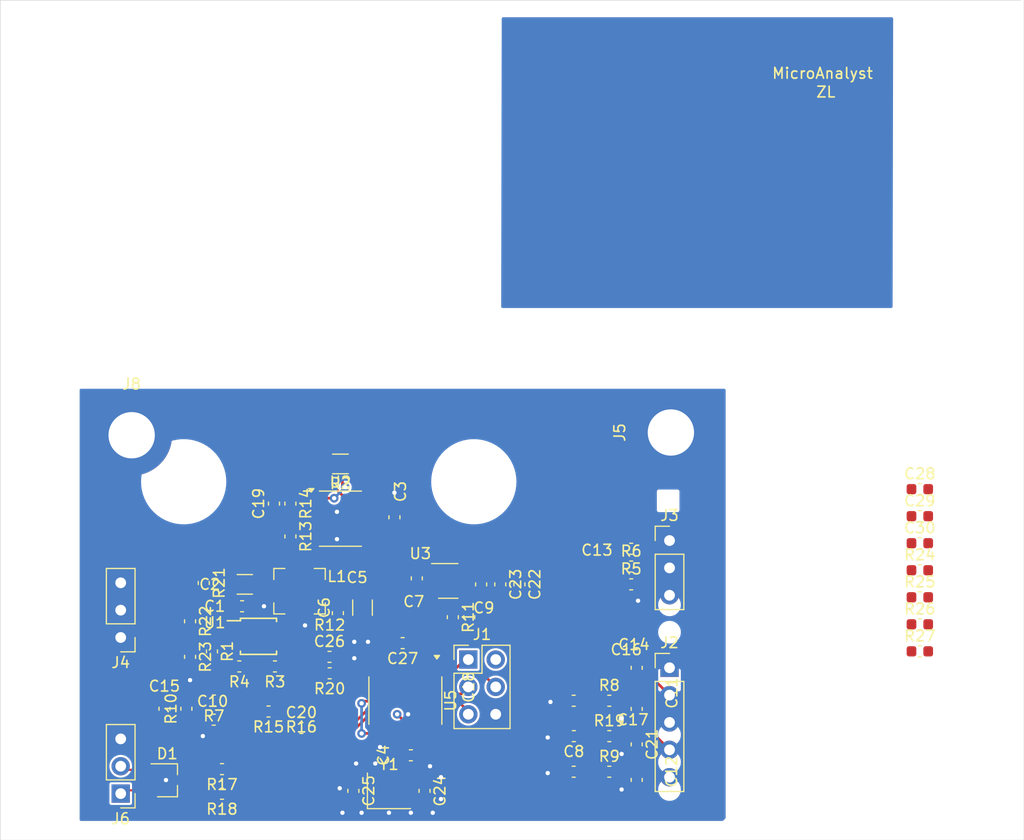
<source format=kicad_pcb>
(kicad_pcb (version 20241229) (generator "pcbnew") (generator_version "9.0")
  (layers (0 "F.Cu" signal) (2 "B.Cu" signal) (13 "F.Paste" user) (15 "B.Paste" user) (5 "F.SilkS" user "F.Silkscreen") (7 "B.SilkS" user "B.Silkscreen") (1 "F.Mask" user) (3 "B.Mask" user) (25 "Edge.Cuts" user))
  (net 0 "")
  (net 1 "GND")
  (net 2 "VBUS")
  (net 3 "+5V")
  (net 4 "+10V")
  (net 5 "PWM_OUT")
  (net 6 "TORQUE_IN")
  (net 7 "Net-(U1-EN{slash}UVLO)")
  (net 8 "BUTTON_IN")
  (net 9 "/CADENCE_2")
  (net 10 "/BUTTON_IN_SENSE")
  (net 11 "/CADENCE_1")
  (net 12 "/TORQUE_IN_SENSE")
  (net 13 "Net-(R11-Pad1)")
  (net 14 "/VBUS_R")
  (net 15 "CADENCE_1_IN")
  (net 16 "/ISENSE")
  (net 17 "/REF_SENSE")
  (net 18 "/VSENSE")
  (net 19 "CADENCE_2_IN")
  (net 20 "Net-(U5-XTAL1{slash}PB4)")
  (net 21 "Net-(U5-XTAL2{slash}PB5)")
  (net 22 "Net-(U1-VOUT)")
  (net 23 "/BRAKE_IN_SENSE")
  (net 24 "Net-(J1-SCK)")
  (net 25 "BRAKE_IN")
  (net 26 "Net-(J1-~{RST})")
  (net 27 "/D+")
  (net 28 "/D-")
  (net 29 "Net-(U1-LX)")
  (net 30 "Net-(U1-RT{slash}SYNC)")
  (net 31 "Net-(U1-FB)")
  (net 32 "/THROTTLE_PWM")
  (net 33 "Net-(U1-MODE)")
  (net 34 "/D-_R")
  (net 35 "/D+_R")
  (net 38 "BRAKE_PWM_OUT")
  (net 41 "Net-(U1-IN)")
  (net 42 "/BRAKE_PWM")
  (footprint "Capacitor_SMD:C_0603_1608Metric" (layer "F.Cu") (at 93.218 180.086)
    (property "Reference" "C4")
    (property "Value" "100n")
  )
  (footprint "Capacitor_SMD:C_0603_1608Metric" (layer "F.Cu") (at 108.331 175.019 180)
    (property "Reference" "C11")
    (property "Value" "10n")
  )
  (footprint "Capacitor_SMD:C_0603_1608Metric" (layer "F.Cu") (at 114.173 175.781 -90)
    (property "Reference" "C16")
    (property "Value" "10n")
  )
  (footprint "Capacitor_SMD:C_0603_1608Metric" (layer "F.Cu") (at 74.762 170.439 -90)
    (property "Reference" "R1")
    (property "Value" "69k8")
  )
  (footprint "Capacitor_SMD:C_0603_1608Metric" (layer "F.Cu") (at 80.604 171.836 180)
    (property "Reference" "R3")
    (property "Value" "576k")
  )
  (footprint "Capacitor_SMD:C_0603_1608Metric" (layer "F.Cu") (at 77.302 171.836 180)
    (property "Reference" "R4")
    (property "Value" "49k9")
  )
  (footprint "Capacitor_SMD:C_0603_1608Metric" (layer "F.Cu") (at 111.633 175.019)
    (property "Reference" "R8")
    (property "Value" "10k")
  )
  (footprint "Capacitor_SMD:C_0603_1608Metric" (layer "F.Cu") (at 111.633 181.61)
    (property "Reference" "R9")
    (property "Value" "10k")
  )
  (footprint "Package_SO:MSOP-10_3x3mm_P0.5mm" (layer "F.Cu") (at 79.08 169.042)
    (property "Reference" "U1")
    (property "Value" "MAX17552AUB+" (hide yes))
  )
  (footprint "Capacitor_SMD:C_1206_3216Metric" (layer "F.Cu") (at 77.81 164.216)
    (property "Reference" "C2")
    (property "Value" "1u")
  )
  (footprint "Capacitor_SMD:C_0603_1608Metric" (layer "F.Cu") (at 77.556 166.248)
    (property "Reference" "C1")
    (property "Value" "10n")
  )
  (footprint "Inductor_SMD:L_Bourns-SRN4018" (layer "F.Cu") (at 82.89 164.851)
    (property "Reference" "L1")
    (property "Value" "150u")
  )
  (footprint "Capacitor_SMD:C_1206_3216Metric" (layer "F.Cu") (at 88.732 166.375 -90)
    (property "Reference" "C5")
    (property "Value" "10u")
  )
  (footprint "Package_SO:SOIC-8_3.9x4.9mm_P1.27mm" (layer "F.Cu") (at 86.679 158.115)
    (property "Reference" "U2")
    (property "Value" "INA240A3D")
  )
  (footprint "Capacitor_SMD:C_0603_1608Metric" (layer "F.Cu") (at 86.446 166.883 -90)
    (property "Reference" "C6")
    (property "Value" "100n")
  )
  (footprint "Package_TO_SOT_SMD:SOT-23-5" (layer "F.Cu") (at 96.69 163.896)
    (property "Reference" "U3")
    (property "Value" "TPS7B6950QDBVRQ1" (hide yes))
  )
  (footprint "Capacitor_SMD:C_0603_1608Metric" (layer "F.Cu") (at 108.344 178.308 180)
    (property "Reference" "C8")
    (property "Value" "10n")
  )
  (footprint "Capacitor_SMD:C_0603_1608Metric" (layer "F.Cu") (at 114.173 182.372 -90)
    (property "Reference" "C17")
    (property "Value" "10n")
  )
  (footprint "Capacitor_SMD:C_0603_1608Metric" (layer "F.Cu") (at 113.665 162.56)
    (property "Reference" "R6")
    (property "Value" "10k")
  )
  (footprint "Capacitor_SMD:C_0603_1608Metric" (layer "F.Cu") (at 113.665 164.211)
    (property "Reference" "R5")
    (property "Value" "10k")
  )
  (footprint "Capacitor_SMD:C_0603_1608Metric" (layer "F.Cu") (at 113.665 160.909 180)
    (property "Reference" "C13")
    (property "Value" "1u")
  )
  (footprint "Connector_PinHeader_2.54mm:PinHeader_1x05_P2.54mm_Vertical" (layer "F.Cu") (at 117.221 171.958)
    (property "Reference" "J2")
    (property "Value" "Conn_01x05")
  )
  (footprint "Capacitor_SMD:C_0603_1608Metric" (layer "F.Cu") (at 114.173 171.963 -90)
    (property "Reference" "C14")
    (property "Value" "1u")
  )
  (footprint "Capacitor_SMD:C_0603_1608Metric" (layer "F.Cu") (at 74.93 176.779 180)
    (property "Reference" "C10")
    (property "Value" "10n")
  )
  (footprint "Capacitor_SMD:C_0603_1608Metric" (layer "F.Cu") (at 72.39 175.763 90)
    (property "Reference" "R10")
    (property "Value" "10k")
  )
  (footprint "Capacitor_SMD:C_0603_1608Metric" (layer "F.Cu") (at 74.943 175.001 180)
    (property "Reference" "R7")
    (property "Value" "10k")
  )
  (footprint "Connector_PinHeader_2.54mm:PinHeader_1x03_P2.54mm_Vertical" (layer "F.Cu") (at 66.294 169.149 180)
    (property "Reference" "J4")
    (property "Value" "Conn_01x03")
  )
  (footprint "Capacitor_SMD:C_0603_1608Metric" (layer "F.Cu") (at 70.358 175.763 90)
    (property "Reference" "C15")
    (property "Value" "10n")
  )
  (footprint "Capacitor_SMD:C_0603_1608Metric" (layer "F.Cu") (at 91.694 157.988 90)
    (property "Reference" "C3")
    (property "Value" "100n")
  )
  (footprint "Capacitor_SMD:C_0603_1608Metric" (layer "F.Cu") (at 98.638 167.264 90)
    (property "Reference" "C18")
    (property "Value" "10n")
  )
  (footprint "Capacitor_SMD:C_0603_1608Metric" (layer "F.Cu") (at 97.114 167.264 -90)
    (property "Reference" "R11")
    (property "Value" "10k")
  )
  (footprint "Resistor_SMD:R_1206_3216Metric" (layer "F.Cu") (at 86.679 153.035 180)
    (property "Reference" "R2")
    (property "Value" "u500")
  )
  (footprint "Connector_PinHeader_2.54mm:PinHeader_1x03_P2.54mm_Vertical" (layer "F.Cu") (at 117.221 160.147)
    (property "Reference" "J3")
    (property "Value" "Conn_01x03")
  )
  (footprint "Capacitor_SMD:C_0603_1608Metric" (layer "F.Cu") (at 93.769 163.6572 -90)
    (property "Reference" "C7")
    (property "Value" "1u")
  )
  (footprint "Capacitor_SMD:C_0603_1608Metric" (layer "F.Cu") (at 99.738 164.216 -90)
    (property "Reference" "C9")
    (property "Value" "100n")
  )
  (footprint "Capacitor_SMD:C_0603_1608Metric" (layer "F.Cu") (at 108.331 181.61 180)
    (property "Reference" "C12")
    (property "Value" "10n")
  )
  (footprint "MountingHole:MountingHole_4.3mm_M4_DIN965_Pad" (layer "F.Cu") (at 117.348 150.114 90)
    (property "Reference" "J5")
    (property "Value" "Screw_Terminal_01x01")
  )
  (footprint "Capacitor_SMD:C_0603_1608Metric" (layer "F.Cu") (at 111.633 178.308)
    (property "Reference" "R19")
    (property "Value" "10k")
  )
  (footprint "Capacitor_SMD:C_0603_1608Metric" (layer "F.Cu") (at 140.449 162.904)
    (property "Reference" "R24")
    (property "Value" "10k")
  )
  (footprint "MountingHole:MountingHole_4.3mm_M4_DIN965_Pad" (layer "F.Cu") (at 67.31 150.368)
    (property "Reference" "J8")
    (property "Value" "Screw_Terminal_01x01")
  )
  (footprint "Connector_PinHeader_2.54mm:PinHeader_2x03_P2.54mm_Vertical" (layer "F.Cu") (at 98.552 171.196)
    (property "Reference" "J1")
    (property "Value" "AVR-ISP-6")
  )
  (footprint "Crystal:Crystal_SMD_3225-4Pin_3.2x2.5mm" (layer "F.Cu") (at 91.186 183.388)
    (property "Reference" "Y1")
    (property "Value" "CX3225CA16000H0HSSCC")
  )
  (footprint "Capacitor_SMD:C_0603_1608Metric" (layer "F.Cu") (at 83.058 176.022 180)
    (property "Reference" "R16")
    (property "Value" "10k")
  )
  (footprint "Capacitor_SMD:C_0603_1608Metric" (layer "F.Cu") (at 140.449 167.924)
    (property "Reference" "R26")
    (property "Value" "10k")
  )
  (footprint "Capacitor_SMD:C_0603_1608Metric" (layer "F.Cu") (at 140.449 160.394)
    (property "Reference" "C30")
    (property "Value" "1u")
  )
  (footprint "Capacitor_SMD:C_0603_1608Metric" (layer "F.Cu") (at 82.042 156.718 -90)
    (property "Reference" "R14")
    (property "Value" "10k")
  )
  (footprint "Capacitor_SMD:C_0603_1608Metric" (layer "F.Cu") (at 83.058 177.546)
    (property "Reference" "C20")
    (property "Value" "10n")
  )
  (footprint "Capacitor_SMD:C_0603_1608Metric" (layer "F.Cu") (at 103.294 164.216 -90)
    (property "Reference" "C22")
    (property "Value" "1u")
  )
  (footprint "Capacitor_SMD:C_0603_1608Metric" (layer "F.Cu") (at 140.449 165.414)
    (property "Reference" "R25")
    (property "Value" "10k")
  )
  (footprint "Capacitor_SMD:C_0603_1608Metric" (layer "F.Cu") (at 80.01 176.022 180)
    (property "Reference" "R15")
    (property "Value" "10k")
  )
  (footprint "Package_SO:TSSOP-20_4.4x6.5mm_P0.65mm" (layer "F.Cu") (at 92.71 175.006 -90)
    (property "Reference" "U5")
    (property "Value" "ATtiny167-X")
  )
  (footprint "Capacitor_SMD:C_0603_1608Metric" (layer "F.Cu") (at 75.692 183.657 180)
    (property "Reference" "R18")
    (property "Value" "22R0")
  )
  (footprint "Capacitor_SMD:C_0603_1608Metric" (layer "F.Cu") (at 140.449 157.884)
    (property "Reference" "C29")
    (property "Value" "10n")
  )
  (footprint "Capacitor_SMD:C_0603_1608Metric" (layer "F.Cu") (at 140.449 170.434)
    (property "Reference" "R27")
    (property "Value" "10k")
  )
  (footprint "Capacitor_SMD:C_0603_1608Metric" (layer "F.Cu") (at 85.671 170.947)
    (property "Reference" "C26")
    (property "Value" "220n")
  )
  (footprint "Capacitor_SMD:C_0603_1608Metric" (layer "F.Cu") (at 72.73 170.947 -90)
    (property "Reference" "R23")
    (property "Value" "10k")
  )
  (footprint "Capacitor_SMD:C_0603_1608Metric" (layer "F.Cu") (at 101.516 164.216 -90)
    (property "Reference" "C23")
    (property "Value" "1u")
  )
  (footprint "Capacitor_SMD:C_0603_1608Metric" (layer "F.Cu") (at 140.449 155.374)
    (property "Reference" "C28")
    (property "Value" "10n")
  )
  (footprint "Capacitor_SMD:C_0603_1608Metric" (layer "F.Cu") (at 74 164.089 -90)
    (property "Reference" "R21")
    (property "Value" "4R7")
  )
  (footprint "Capacitor_SMD:C_0603_1608Metric" (layer "F.Cu") (at 94.488 183.388 -90)
    (property "Reference" "C24")
    (property "Value" "18p")
  )
  (footprint "Capacitor_SMD:C_0603_1608Metric" (layer "F.Cu") (at 85.684 169.423)
    (property "Reference" "R12")
    (property "Value" "10k")
  )
  (footprint "Capacitor_SMD:C_0603_1608Metric" (layer "F.Cu") (at 92.456 169.672 180)
    (property "Reference" "C27")
    (property "Value" "100n")
  )
  (footprint "Capacitor_SMD:C_0603_1608Metric" (layer "F.Cu") (at 85.684 172.471 180)
    (property "Reference" "R20")
    (property "Value" "22R1")
  )
  (footprint "Connector_PinHeader_2.54mm:PinHeader_1x03_P2.54mm_Vertical" (layer "F.Cu") (at 66.294 183.642 180)
    (property "Reference" "J6")
    (property "Value" "Conn_01x03")
  )
  (footprint "Capacitor_SMD:C_0603_1608Metric" (layer "F.Cu") (at 72.73 167.645 -90)
    (property "Reference" "R22")
    (property "Value" "10k")
  )
  (footprint "Capacitor_SMD:C_0603_1608Metric" (layer "F.Cu") (at 80.518 156.718 90)
    (property "Reference" "C19")
    (property "Value" "10n")
  )
  (footprint "Capacitor_SMD:C_0603_1608Metric" (layer "F.Cu") (at 87.884 183.388 -90)
    (property "Reference" "C25")
    (property "Value" "18p")
  )
  (footprint "Capacitor_SMD:C_0603_1608Metric" (layer "F.Cu") (at 75.692 181.371 180)
    (property "Reference" "R17")
    (property "Value" "22R0")
  )
  (footprint "Package_TO_SOT_SMD:TSOT-23" (layer "F.Cu") (at 70.612 182.387)
    (property "Reference" "D1")
    (property "Value" "PESD2USB5UX-TR")
  )
  (footprint "Capacitor_SMD:C_0603_1608Metric" (layer "F.Cu") (at 114.173 179.07 -90)
    (property "Reference" "C21")
    (property "Value" "10n")
  )
  (footprint "Capacitor_SMD:C_0603_1608Metric" (layer "F.Cu") (at 82.042 159.766 -90)
    (property "Reference" "R13")
    (property "Value" "10k")
  )
  (gr_line (start 150.114 109.982) (end 150.114 187.96) (stroke (width 0.05)) (layer "Edge.Cuts"))
  (gr_line (start 150.114 187.96) (end 55.118 187.96) (stroke (width 0.05)) (layer "Edge.Cuts"))
  (gr_line (start 55.118 187.96) (end 55.118 109.982) (stroke (width 0.05)) (layer "Edge.Cuts"))
  (gr_line (start 55.118 109.982) (end 149.86 109.982) (stroke (width 0.05)) (layer "Edge.Cuts"))
  (gr_text "MicroAnalyst" (at 131.4196 116.7638 0) (layer "F.SilkS") (effects (font (size 1 1))))
  (gr_text "ZL" (at 131.7244 118.5 0) (layer "F.SilkS") (effects (font (size 1 1))))
  (segment (start 90.424 179.324) (end 90.36 179.324) (width 0.25) (layer "F.Cu") (net 1))
  (segment (start 70.358 174.988) (end 70.117 174.988) (width 0.25) (layer "F.Cu") (net 1))
  (segment (start 106.286 175.019) (end 106.172 175.133) (width 0.25) (layer "F.Cu") (net 1))
  (segment (start 84.204 160.02) (end 86.36 160.02) (width 0.25) (layer "F.Cu") (net 1))
  (segment (start 107.556 181.61) (end 107.569 181.61) (width 0.25) (layer "F.Cu") (net 1))
  (segment (start 71.882 182.372) (end 70.509278 182.372) (width 0.25) (layer "F.Cu") (net 1))
  (segment (start 88.138 180.848) (end 89.916 180.848) (width 0.25) (layer "F.Cu") (net 1))
  (segment (start 96.012 184.15) (end 96.012 184.658) (width 0.25) (layer "F.Cu") (net 1))
  (segment (start 112.89 160.033) (end 113.284 159.639) (width 0.25) (layer "F.Cu") (net 1))
  (segment (start 74.155 176.779) (end 74.155 178.062) (width 0.25) (layer "F.Cu") (net 1))
  (segment (start 87.843 170.947) (end 87.97 171.074) (width 0.25) (layer "F.Cu") (net 1))
  (segment (start 91.186 185.42) (end 88.646 185.42) (width 0.25) (layer "F.Cu") (net 1))
  (segment (start 71.922 182.387) (end 71.897 182.387) (width 0.25) (layer "F.Cu") (net 1))
  (segment (start 95.009 181.102) (end 96.012 182.105) (width 0.25) (layer "F.Cu") (net 1))
  (segment (start 106.045 178.308) (end 105.918 178.435) (width 0.25) (layer "F.Cu") (net 1))
  (segment (start 92.385 172.1435) (end 92.385 170.376) (width 0.25) (layer "F.Cu") (net 1))
  (segment (start 113.284 159.639) (end 116.713 159.639) (width 0.25) (layer "F.Cu") (net 1))
  (segment (start 81.28 168.542) (end 82.882 168.542) (width 0.25) (layer "F.Cu") (net 1))
  (segment (start 86.868 185.42) (end 86.614 185.166) (width 0.25) (layer "F.Cu") (net 1))
  (segment (start 89.916 180.848) (end 90.424 180.34) (width 0.25) (layer "F.Cu") (net 1))
  (segment (start 93.993 180.086) (end 94.996 181.089) (width 0.25) (layer "F.Cu") (net 1))
  (segment (start 90.424 180.34) (end 90.424 179.324) (width 0.25) (layer "F.Cu") (net 1))
  (segment (start 70.117 174.988) (end 70.104 175.001) (width 0.25) (layer "F.Cu") (net 1))
  (segment (start 86.614 185.166) (end 86.614 184.15) (width 0.25) (layer "F.Cu") (net 1))
  (segment (start 91.694 157.226) (end 91.694 155.702) (width 0.25) (layer "F.Cu") (net 1))
  (segment (start 94.488 185.42) (end 93.218 185.42) (width 0.25) (layer "F.Cu") (net 1))
  (segment (start 93.035 177.8685) (end 93.035 176.347) (width 0.25) (layer "F.Cu") (net 1))
  (segment (start 114.173 172.738) (end 115.461 172.738) (width 0.25) (layer "F.Cu") (net 1))
  (segment (start 86.614 183.148268) (end 86.615268 183.147) (width 0.25) (layer "F.Cu") (net 1))
  (segment (start 73.238 171.214) (end 72.73 171.722) (width 0.25) (layer "F.Cu") (net 1))
  (segment (start 86.459 169.423) (end 87.843 169.423) (width 0.25) (layer "F.Cu") (net 1))
  (segment (start 94.996 181.102) (end 95.009 181.102) (width 0.25) (layer "F.Cu") (net 1))
  (segment (start 94.488 184.163) (end 94.488 185.42) (width 0.25) (layer "F.Cu") (net 1))
  (segment (start 72.857 172.979) (end 72.73 173.106) (width 0.25) (layer "F.Cu") (net 1))
  (segment (start 95.25 185.42) (end 94.488 185.42) (width 0.25) (layer "F.Cu") (net 1))
  (segment (start 74.155 178.062) (end 73.914 178.303) (width 0.25) (layer "F.Cu") (net 1))
  (segment (start 107.569 178.308) (end 106.045 178.308) (width 0.25) (layer "F.Cu") (net 1))
  (segment (start 88.646 185.42) (end 86.868 185.42) (width 0.25) (layer "F.Cu") (net 1))
  (segment (start 116.713 159.639) (end 117.221 160.147) (width 0.25) (layer "F.Cu") (net 1))
  (segment (start 114.173 183.147) (end 112.89 183.147) (width 0.25) (layer "F.Cu") (net 1))
  (segment (start 86.614 184.15) (end 86.614 183.148268) (width 0.25) (layer "F.Cu") (net 1))
  (segment (start 87.843 169.423) (end 87.97 169.55) (width 0.25) (layer "F.Cu") (net 1))
  (segment (start 86.614 182.372) (end 88.138 180.848) (width 0.25) (layer "F.Cu") (net 1))
  (segment (start 114.44 165.595) (end 114.3 165.735) (width 0.25) (layer "F.Cu") (net 1))
  (segment (start 69.083 175.001) (end 67.564 173.482) (width 0.25) (layer "F.Cu") (net 1))
  (segment (start 114.173 176.556) (end 114.147 176.556) (width 0.25) (layer "F.Cu") (net 1))
  (segment (start 74.762 172.979) (end 72.857 172.979) (width 0.25) (layer "F.Cu") (net 1))
  (segment (start 94.996 181.089) (end 94.996 181.102) (width 0.25) (layer "F.Cu") (net 1))
  (segment (start 93.035 176.347) (end 92.964 176.276) (width 0.25) (layer "F.Cu") (net 1))
  (segment (start 107.696 181.737) (end 105.918 181.737) (width 0.25) (layer "F.Cu") (net 1))
  (segment (start 86.446 170.947) (end 87.843 170.947) (width 0.25) (layer "F.Cu") (net 1))
  (segment (start 114.44 164.211) (end 114.44 165.595) (width 0.25) (layer "F.Cu") (net 1))
  (segment (start 96.012 182.105) (end 96.012 182.118) (width 0.25) (layer "F.Cu") (net 1))
  (segment (start 72.73 171.722) (end 72.73 173.106) (width 0.25) (layer "F.Cu") (net 1))
  (segment (start 86.615268 183.147) (end 86.868 183.147) (width 0.25) (layer "F.Cu") (net 1))
  (segment (start 112.89 183.147) (end 112.776 183.261) (width 0.25) (layer "F.Cu") (net 1))
  (segment (start 70.104 175.001) (end 69.083 175.001) (width 0.25) (layer "F.Cu") (net 1))
  (segment (start 74.762 172.979) (end 74.762 171.214) (width 0.25) (layer "F.Cu") (net 1))
  (segment (start 96.012 184.658) (end 95.25 185.42) (width 0.25) (layer "F.Cu") (net 1))
  (segment (start 112.89 179.845) (end 112.776 179.959) (width 0.25) (layer "F.Cu") (net 1))
  (segment (start 87.884 184.163) (end 86.627 184.163) (width 0.25) (layer "F.Cu") (net 1))
  (segment (start 86.627 184.163) (end 86.614 184.15) (width 0.25) (layer "F.Cu") (net 1))
  (segment (start 96.012 182.118) (end 96.012 184.15) (width 0.25) (layer "F.Cu") (net 1))
  (segment (start 114.147 176.556) (end 114.046 176.657) (width 0.25) (layer "F.Cu") (net 1))
  (segment (start 84.204 157.48) (end 86.36 157.48) (width 0.25) (layer "F.Cu") (net 1))
  (segment (start 93.035 179.128) (end 93.993 180.086) (width 0.25) (layer "F.Cu") (net 1))
  (segment (start 107.556 175.019) (end 106.286 175.019) (width 0.25) (layer "F.Cu") (net 1))
  (segment (start 114.173 179.845) (end 112.89 179.845) (width 0.25) (layer "F.Cu") (net 1))
  (segment (start 115.461 172.738) (end 117.221 174.498) (width 0.25) (layer "F.Cu") (net 1))
  (segment (start 70.509278 182.372) (end 70.49394 182.387338) (width 0.25) (layer "F.Cu") (net 1))
  (segment (start 114.046 176.657) (end 112.776 176.657) (width 0.25) (layer "F.Cu") (net 1))
  (segment (start 71.897 182.387) (end 71.882 182.372) (width 0.25) (layer "F.Cu") (net 1))
  (segment (start 82.882 168.542) (end 83.398 168.026) (width 0.25) (layer "F.Cu") (net 1))
  (segment (start 86.868 183.147) (end 86.614 182.893) (width 0.25) (layer "F.Cu") (net 1))
  (segment (start 88.732 169.042) (end 89.24 169.55) (width 0.25) (layer "F.Cu") (net 1))
  (segment (start 91.694 157.213) (end 91.694 157.226) (width 0.25) (layer "F.Cu") (net 1))
  (segment (start 112.89 160.909) (end 112.89 160.033) (width 0.25) (layer "F.Cu") (net 1))
  (segment (start 107.569 181.61) (end 107.696 181.737) (width 0.25) (layer "F.Cu") (net 1))
  (segment (start 74.762 171.214) (end 73.238 171.214) (width 0.25) (layer "F.Cu") (net 1))
  (segment (start 86.614 182.893) (end 86.614 182.372) (width 0.25) (layer "F.Cu") (net 1))
  (segment (start 93.218 185.42) (end 91.186 185.42) (width 0.25) (layer "F.Cu") (net 1))
  (segment (start 93.035 177.8685) (end 93.035 179.128) (width 0.25) (layer "F.Cu") (net 1))
  (segment (start 92.385 170.376) (end 91.681 169.672) (width 0.25) (layer "F.Cu") (net 1))
  (segment (start 88.732 167.85) (end 88.732 169.042) (width 0.25) (layer "F.Cu") (net 1))
  (segment (start 78.331 166.248) (end 79.588 166.248) (width 0.25) (layer "F.Cu") (net 1))
  (via (at 96.012 184.15) (size 0.8) (drill 0.4) (layers "F.Cu" "B.Cu") (net 1))
  (via (at 95.25 185.42) (size 0.8) (drill 0.4) (layers "F.Cu" "B.Cu") (net 1))
  (via (at 88.646 185.42) (size 0.8) (drill 0.4) (layers "F.Cu" "B.Cu") (net 1))
  (via (at 114.3 165.735) (size 0.8) (drill 0.4) (layers "F.Cu" "B.Cu") (net 1))
  (via (at 106.172 175.133) (size 0.8) (drill 0.4) (layers "F.Cu" "B.Cu") (net 1))
  (via (at 79.588 166.248) (size 0.8) (drill 0.4) (layers "F.Cu" "B.Cu") (net 1))
  (via (at 89.24 169.55) (size 0.8) (drill 0.4) (layers "F.Cu" "B.Cu") (net 1))
  (via (at 87.97 171.074) (size 0.8) (drill 0.4) (layers "F.Cu" "B.Cu") (net 1))
  (via (at 92.964 176.276) (size 0.8) (drill 0.4) (layers "F.Cu" "B.Cu") (net 1))
  (via (at 86.36 160.02) (size 0.8) (drill 0.4) (layers "F.Cu" "B.Cu") (net 1))
  (via (at 88.138 180.848) (size 0.8) (drill 0.4) (layers "F.Cu" "B.Cu") (net 1))
  (via (at 72.73 173.106) (size 0.8) (drill 0.4) (layers "F.Cu" "B.Cu") (net 1))
  (via (at 86.614 183.148268) (size 0.8) (drill 0.4) (layers "F.Cu" "B.Cu") (net 1))
  (via (at 112.776 183.261) (size 0.8) (drill 0.4) (layers "F.Cu" "B.Cu") (net 1))
  (via (at 105.918 181.737) (size 0.8) (drill 0.4) (layers "F.Cu" "B.Cu") (net 1))
  (via (at 87.97 169.55) (size 0.8) (drill 0.4) (layers "F.Cu" "B.Cu") (net 1))
  (via (at 70.49394 182.387338) (size 0.8) (drill 0.4) (layers "F.Cu" "B.Cu") (net 1))
  (via (at 91.186 185.42) (size 0.8) (drill 0.4) (layers "F.Cu" "B.Cu") (net 1))
  (via (at 93.218 185.42) (size 0.8) (drill 0.4) (layers "F.Cu" "B.Cu") (net 1))
  (via (at 91.694 155.702) (size 0.8) (drill 0.4) (layers "F.Cu" "B.Cu") (net 1))
  (via (at 86.36 157.48) (size 0.8) (drill 0.4) (layers "F.Cu" "B.Cu") (net 1))
  (via (at 90.36 179.324) (size 0.8) (drill 0.4) (layers "F.Cu" "B.Cu") (net 1))
  (via (at 105.918 178.435) (size 0.8) (drill 0.4) (layers "F.Cu" "B.Cu") (net 1))
  (via (at 112.776 179.959) (size 0.8) (drill 0.4) (layers "F.Cu" "B.Cu") (net 1))
  (via (at 89.916 180.848) (size 0.8) (drill 0.4) (layers "F.Cu" "B.Cu") (net 1))
  (via (at 73.914 178.303) (size 0.8) (drill 0.4) (layers "F.Cu" "B.Cu") (net 1))
  (via (at 83.398 168.026) (size 0.8) (drill 0.4) (layers "F.Cu" "B.Cu") (net 1))
  (via (at 112.776 176.657) (size 0.8) (drill 0.4) (layers "F.Cu" "B.Cu") (net 1))
  (via (at 94.996 181.102) (size 0.8) (drill 0.4) (layers "F.Cu" "B.Cu") (net 1))
  (via (at 96.012 182.118) (size 0.8) (drill 0.4) (layers "F.Cu" "B.Cu") (net 1))
  (via (at 86.868 185.42) (size 0.8) (drill 0.4) (layers "F.Cu" "B.Cu") (net 1))
  (segment (start 86.36 155.448) (end 87.122 156.21) (width 0.25) (layer "F.Cu") (net 2))
  (segment (start 85.979 153.035) (end 86.36 153.416) (width 0.25) (layer "F.Cu") (net 2))
  (segment (start 85.2165 153.035) (end 85.979 153.035) (width 0.25) (layer "F.Cu") (net 2))
  (segment (start 86.36 153.416) (end 86.36 155.448) (width 0.25) (layer "F.Cu") (net 2))
  (segment (start 87.122 156.21) (end 89.154 156.21) (width 0.25) (layer "F.Cu") (net 2))
  (segment (start 82.563 160.541) (end 83.312 161.29) (width 0.25) (layer "F.Cu") (net 3))
  (segment (start 88.138 158.75) (end 89.154 158.75) (width 0.25) (layer "F.Cu") (net 3))
  (segment (start 82.042 160.541) (end 82.563 160.541) (width 0.25) (layer "F.Cu") (net 3))
  (segment (start 83.312 161.29) (end 86.614 161.29) (width 0.25) (layer "F.Cu") (net 3))
  (segment (start 86.614 161.29) (end 87.376 160.528) (width 0.25) (layer "F.Cu") (net 3))
  (segment (start 94.501 158.763) (end 91.694 158.763) (width 0.25) (layer "F.Cu") (net 3))
  (segment (start 91.694 158.763) (end 89.167 158.763) (width 0.25) (layer "F.Cu") (net 3))
  (segment (start 92.385 176.713) (end 92.385 177.8685) (width 0.25) (layer "F.Cu") (net 3))
  (segment (start 89.167 158.763) (end 89.154 158.75) (width 0.25) (layer "F.Cu") (net 3))
  (segment (start 91.948 176.276) (end 92.385 176.713) (width 0.25) (layer "F.Cu") (net 3))
  (segment (start 93.231 169.672) (end 93.035 169.868) (width 0.25) (layer "F.Cu") (net 3))
  (segment (start 97.79 162.946) (end 97.79 159.304) (width 0.25) (layer "F.Cu") (net 3))
  (segment (start 92.385 180.015) (end 92.385 177.8685) (width 0.25) (layer "F.Cu") (net 3))
  (segment (start 87.376 160.528) (end 87.376 159.512) (width 0.25) (layer "F.Cu") (net 3))
  (segment (start 93.035 169.868) (end 93.035 172.1435) (width 0.25) (layer "F.Cu") (net 3))
  (segment (start 95.418 159.68) (end 94.501 158.763) (width 0.25) (layer "F.Cu") (net 3))
  (segment (start 92.443 180.086) (end 92.456 180.086) (width 0.25) (layer "F.Cu") (net 3))
  (segment (start 92.456 180.086) (end 92.385 180.015) (width 0.25) (layer "F.Cu") (net 3))
  (segment (start 87.376 159.512) (end 88.138 158.75) (width 0.25) (layer "F.Cu") (net 3))
  (segment (start 93.0325 172.1435) (end 92.964 172.212) (width 0.25) (layer "F.Cu") (net 3))
  (segment (start 93.035 172.1435) (end 93.0325 172.1435) (width 0.25) (layer "F.Cu") (net 3))
  (via (at 91.948 176.276) (size 0.8) (drill 0.4) (layers "F.Cu" "B.Cu") (net 3))
  (segment (start 115.951 171.958) (end 115.181 171.188) (width 0.25) (layer "F.Cu") (net 4))
  (segment (start 117.221 171.958) (end 115.951 171.958) (width 0.25) (layer "F.Cu") (net 4))
  (segment (start 115.181 171.188) (end 114.173 171.188) (width 0.25) (layer "F.Cu") (net 4))
  (segment (start 117.094 162.56) (end 117.221 162.687) (width 0.25) (layer "F.Cu") (net 5))
  (segment (start 114.44 162.56) (end 114.44 160.909) (width 0.25) (layer "F.Cu") (net 5))
  (segment (start 114.44 162.56) (end 117.094 162.56) (width 0.25) (layer "F.Cu") (net 5))
  (segment (start 114.694 182.118) (end 114.173 181.597) (width 0.25) (layer "F.Cu") (net 6))
  (segment (start 112.421 181.597) (end 112.408 181.61) (width 0.25) (layer "F.Cu") (net 6))
  (segment (start 114.173 181.597) (end 112.421 181.597) (width 0.25) (layer "F.Cu") (net 6))
  (segment (start 117.221 182.118) (end 114.694 182.118) (width 0.25) (layer "F.Cu") (net 6))
  (segment (start 72.73 168.42) (end 72.73 170.172) (width 0.25) (layer "F.Cu") (net 7))
  (segment (start 72.852 168.542) (end 72.73 168.42) (width 0.25) (layer "F.Cu") (net 7))
  (segment (start 76.88 168.542) (end 72.852 168.542) (width 0.25) (layer "F.Cu") (net 7))
  (segment (start 70.84 176.538) (end 72.39 174.988) (width 0.25) (layer "F.Cu") (net 8))
  (segment (start 67.564 176.022) (end 69.842 176.022) (width 0.25) (layer "F.Cu") (net 8))
  (segment (start 72.39 174.988) (end 74.155 174.988) (width 0.25) (layer "F.Cu") (net 8))
  (segment (start 69.842 176.022) (end 70.358 176.538) (width 0.25) (layer "F.Cu") (net 8))
  (segment (start 74.155 174.988) (end 74.168 175.001) (width 0.25) (layer "F.Cu") (net 8))
  (segment (start 70.358 176.538) (end 70.84 176.538) (width 0.25) (layer "F.Cu") (net 8))
  (segment (start 110.858 178.308) (end 109.119 178.308) (width 0.25) (layer "F.Cu") (net 9))
  (segment (start 75.705 176.779) (end 75.705 175.014) (width 0.25) (layer "F.Cu") (net 10))
  (segment (start 75.705 175.014) (end 75.718 175.001) (width 0.25) (layer "F.Cu") (net 10))
  (segment (start 110.858 175.019) (end 109.106 175.019) (width 0.25) (layer "F.Cu") (net 11))
  (segment (start 110.858 181.61) (end 109.106 181.61) (width 0.25) (layer "F.Cu") (net 12))
  (segment (start 86.868 154.930694) (end 86.868 153.416) (width 0.25) (layer "F.Cu") (net 14))
  (segment (start 87.126653 155.189347) (end 86.868 154.930694) (width 0.25) (layer "F.Cu") (net 14))
  (segment (start 86.868 153.416) (end 87.249 153.035) (width 0.25) (layer "F.Cu") (net 14))
  (segment (start 87.249 153.035) (end 88.1415 153.035) (width 0.25) (layer "F.Cu") (net 14))
  (segment (start 84.208653 156.214653) (end 84.204 156.21) (width 0.25) (layer "F.Cu") (net 14))
  (segment (start 86.101347 156.214653) (end 84.208653 156.214653) (width 0.25) (layer "F.Cu") (net 14))
  (via (at 87.126653 155.189347) (size 0.8) (drill 0.4) (layers "F.Cu" "B.Cu") (net 14))
  (via (at 86.101347 156.214653) (size 0.8) (drill 0.4) (layers "F.Cu" "B.Cu") (net 14))
  (segment (start 87.126653 155.189347) (end 86.101347 156.214653) (width 0.25) (layer "B.Cu") (net 14))
  (segment (start 117.221 177.038) (end 115.189 175.006) (width 0.25) (layer "F.Cu") (net 15))
  (segment (start 115.189 175.006) (end 114.173 175.006) (width 0.25) (layer "F.Cu") (net 15))
  (segment (start 114.173 175.006) (end 112.421 175.006) (width 0.25) (layer "F.Cu") (net 15))
  (segment (start 112.421 175.006) (end 112.408 175.019) (width 0.25) (layer "F.Cu") (net 15))
  (segment (start 97.2921 168.026) (end 98.9679 168.026) (width 0.25) (layer "F.Cu") (net 16))
  (segment (start 86.660305 158.205) (end 86.651 158.205) (width 0.25) (layer "F.Cu") (net 17))
  (segment (start 87.085 157.771) (end 87.085 157.780305) (width 0.25) (layer "F.Cu") (net 17))
  (segment (start 86.651 158.205) (end 86.106 158.75) (width 0.25) (layer "F.Cu") (net 17))
  (segment (start 89.154 157.48) (end 87.376 157.48) (width 0.25) (layer "F.Cu") (net 17))
  (segment (start 87.085 157.780305) (end 86.660305 158.205) (width 0.25) (layer "F.Cu") (net 17))
  (segment (start 82.042 157.493) (end 80.518 157.493) (width 0.25) (layer "F.Cu") (net 17))
  (segment (start 86.106 158.75) (end 84.204 158.75) (width 0.25) (layer "F.Cu") (net 17))
  (segment (start 87.376 157.48) (end 87.085 157.771) (width 0.25) (layer "F.Cu") (net 17))
  (segment (start 84.204 158.75) (end 82.042 158.75) (width 0.25) (layer "F.Cu") (net 17))
  (segment (start 80.518 157.493) (end 80.264 157.747) (width 0.25) (layer "F.Cu") (net 17))
  (segment (start 82.042 158.75) (end 82.042 157.493) (width 0.25) (layer "F.Cu") (net 17))
  (segment (start 112.421 178.295) (end 112.408 178.308) (width 0.25) (layer "F.Cu") (net 19))
  (segment (start 115.43 178.295) (end 114.173 178.295) (width 0.25) (layer "F.Cu") (net 19))
  (segment (start 115.951 178.308) (end 115.443 178.308) (width 0.25) (layer "F.Cu") (net 19))
  (segment (start 117.221 179.578) (end 115.951 178.308) (width 0.25) (layer "F.Cu") (net 19))
  (segment (start 115.443 178.308) (end 115.43 178.295) (width 0.25) (layer "F.Cu") (net 19))
  (segment (start 114.173 178.295) (end 112.421 178.295) (width 0.25) (layer "F.Cu") (net 19))
  (segment (start 91.735 179.283) (end 91.535 179.483) (width 0.25) (layer "F.Cu") (net 20))
  (segment (start 91.535 179.483) (end 91.535 181.787) (width 0.25) (layer "F.Cu") (net 20))
  (segment (start 92.361 182.613) (end 92.286 182.538) (width 0.25) (layer "F.Cu") (net 20))
  (segment (start 91.535 181.787) (end 92.286 182.538) (width 0.25) (layer "F.Cu") (net 20))
  (segment (start 94.488 182.613) (end 92.361 182.613) (width 0.25) (layer "F.Cu") (net 20))
  (segment (start 91.735 177.8685) (end 91.735 179.283) (width 0.25) (layer "F.Cu") (net 20))
  (segment (start 89.509 184.238) (end 87.884 182.613) (width 0.25) (layer "F.Cu") (net 21))
  (segment (start 90.086 184.238) (end 89.509 184.238) (width 0.25) (layer "F.Cu") (net 21))
  (segment (start 90.675 181.613) (end 88.884 181.613) (width 0.25) (layer "F.Cu") (net 21))
  (segment (start 91.085 181.203) (end 90.675 181.613) (width 0.25) (layer "F.Cu") (net 21))
  (segment (start 88.884 181.613) (end 87.884 182.613) (width 0.25) (layer "F.Cu") (net 21))
  (segment (start 91.085 177.8685) (end 91.085 181.203) (width 0.25) (layer "F.Cu") (net 21))
  (segment (start 84.896 170.947) (end 83.779 170.947) (width 0.25) (layer "F.Cu") (net 22))
  (segment (start 83.779 170.947) (end 82.874 170.042) (width 0.25) (layer "F.Cu") (net 22))
  (segment (start 82.874 170.042) (end 81.28 170.042) (width 0.25) (layer "F.Cu") (net 22))
  (segment (start 84.909 172.471) (end 84.909 170.96) (width 0.25) (layer "F.Cu") (net 22))
  (segment (start 84.909 170.96) (end 84.896 170.947) (width 0.25) (layer "F.Cu") (net 22))
  (segment (start 98.806 171.45) (end 97.973604 171.45) (width 0.25) (layer "F.Cu") (net 23))
  (segment (start 97.973604 171.45) (end 95.941604 173.482) (width 0.25) (layer "F.Cu") (net 23))
  (segment (start 94.488 173.482) (end 94.335 173.329) (width 0.25) (layer "F.Cu") (net 23))
  (segment (start 95.941604 173.482) (end 94.488 173.482) (width 0.25) (layer "F.Cu") (net 23))
  (segment (start 98.552 171.196) (end 98.806 171.45) (width 0.25) (layer "F.Cu") (net 23))
  (segment (start 94.335 173.329) (end 94.335 172.1435) (width 0.25) (layer "F.Cu") (net 23))
  (segment (start 91.085 172.880999) (end 91.085 172.1435) (width 0.25) (layer "F.Cu") (net 24))
  (segment (start 92.586001 174.382) (end 91.085 172.880999) (width 0.25) (layer "F.Cu") (net 24))
  (segment (start 98.552 173.736) (end 97.906 174.382) (width 0.25) (layer "F.Cu") (net 24))
  (segment (start 97.906 174.382) (end 92.586001 174.382) (width 0.25) (layer "F.Cu") (net 24))
  (segment (start 88.655306 178.054) (end 89.5995 178.054) (width 0.25) (layer "F.Cu") (net 26))
  (segment (start 89.5995 178.054) (end 89.785 177.8685) (width 0.25) (layer "F.Cu") (net 26))
  (segment (start 88.650653 178.058653) (end 88.655306 178.054) (width 0.25) (layer "F.Cu") (net 26))
  (segment (start 97.594 175.064) (end 98.552 176.022) (width 0.25) (layer "F.Cu") (net 26))
  (segment (start 98.552 176.276) (end 98.298 176.276) (width 0.25) (layer "F.Cu") (net 26))
  (segment (start 88.842 175.064) (end 97.594 175.064) (width 0.25) (layer "F.Cu") (net 26))
  (segment (start 98.298 176.276) (end 98.044 176.022) (width 0.25) (layer "F.Cu") (net 26))
  (segment (start 98.552 176.022) (end 98.552 176.276) (width 0.25) (layer "F.Cu") (net 26))
  (segment (start 88.646 175.26) (end 88.842 175.064) (width 0.25) (layer "F.Cu") (net 26))
  (via (at 88.646 175.26) (size 0.8) (drill 0.4) (layers "F.Cu" "B.Cu") (net 26))
  (via (at 88.650653 178.058653) (size 0.8) (drill 0.4) (layers "F.Cu" "B.Cu") (net 26))
  (segment (start 88.646 175.26) (end 88.646 178.054) (width 0.25) (layer "B.Cu") (net 26))
  (segment (start 88.646 178.054) (end 88.650653 178.058653) (width 0.25) (layer "B.Cu") (net 26))
  (segment (start 73.152 182.626) (end 72.766 183.012) (width 0.2) (layer "F.Cu") (net 27))
  (segment (start 74.917 183.629) (end 73.914 182.626) (width 0.2) (layer "F.Cu") (net 27))
  (segment (start 69.353 183.388) (end 69.302 183.337) (width 0.2) (layer "F.Cu") (net 27))
  (segment (start 72.766 183.012) (end 70.866 183.012) (width 0.2) (layer "F.Cu") (net 27))
  (segment (start 66.599 183.337) (end 66.294 183.642) (width 0.2) (layer "F.Cu") (net 27))
  (segment (start 70.49 183.388) (end 69.353 183.388) (width 0.2) (layer "F.Cu") (net 27))
  (segment (start 69.302 183.337) (end 66.599 183.337) (width 0.2) (layer "F.Cu") (net 27))
  (segment (start 70.866 183.012) (end 70.49 183.388) (width 0.2) (layer "F.Cu") (net 27))
  (segment (start 73.914 182.626) (end 73.152 182.626) (width 0.2) (layer "F.Cu") (net 27))
  (segment (start 74.917 183.657) (end 74.917 183.629) (width 0.2) (layer "F.Cu") (net 27))
  (segment (start 70.693 181.437) (end 71.018 181.762) (width 0.2) (layer "F.Cu") (net 28))
  (segment (start 74.17 182.118) (end 74.917 181.371) (width 0.2) (layer "F.Cu") (net 28))
  (segment (start 73.188 182.118) (end 74.17 182.118) (width 0.2) (layer "F.Cu") (net 28))
  (segment (start 69.302 181.437) (end 70.693 181.437) (width 0.2) (layer "F.Cu") (net 28))
  (segment (start 71.018 181.762) (end 72.832 181.762) (width 0.2) (layer "F.Cu") (net 28))
  (segment (start 66.629 181.437) (end 66.294 181.102) (width 0.2) (layer "F.Cu") (net 28))
  (segment (start 72.832 181.762) (end 73.188 182.118) (width 0.2) (layer "F.Cu") (net 28))
  (segment (start 69.302 181.437) (end 66.629 181.437) (width 0.2) (layer "F.Cu") (net 28))
  (segment (start 75.384 169.042) (end 76.88 169.042) (width 0.25) (layer "F.Cu") (net 30))
  (segment (start 74.762 169.664) (end 75.384 169.042) (width 0.25) (layer "F.Cu") (net 30))
  (segment (start 76.88 170.042) (end 76.88 170.639) (width 0.25) (layer "F.Cu") (net 31))
  (segment (start 76.88 170.639) (end 78.077 171.836) (width 0.25) (layer "F.Cu") (net 31))
  (segment (start 78.077 171.836) (end 79.829 171.836) (width 0.25) (layer "F.Cu") (net 31))
  (segment (start 112.89 162.56) (end 112.89 164.211) (width 0.25) (layer "F.Cu") (net 32))
  (segment (start 83.652 169.042) (end 81.28 169.042) (width 0.25) (layer "F.Cu") (net 33))
  (segment (start 84.909 169.423) (end 84.033 169.423) (width 0.25) (layer "F.Cu") (net 33))
  (segment (start 84.033 169.423) (end 83.652 169.042) (width 0.25) (layer "F.Cu") (net 33))
  (segment (start 93.685 176.580305) (end 93.689 176.576305) (width 0.25) (layer "F.Cu") (net 34))
  (segment (start 83.437604 181.61) (end 76.706 181.61) (width 0.25) (layer "F.Cu") (net 34))
  (segment (start 89.533604 175.514) (end 83.437604 181.61) (width 0.25) (layer "F.Cu") (net 34))
  (segment (start 93.689 176.576305) (end 93.689 175.731) (width 0.25) (layer "F.Cu") (net 34))
  (segment (start 93.472 175.514) (end 89.533604 175.514) (width 0.25) (layer "F.Cu") (net 34))
  (segment (start 76.706 181.61) (end 76.467 181.371) (width 0.25) (layer "F.Cu") (net 34))
  (segment (start 93.685 177.8685) (end 93.685 176.580305) (width 0.25) (layer "F.Cu") (net 34))
  (segment (start 93.689 175.731) (end 93.472 175.514) (width 0.25) (layer "F.Cu") (net 34))
  (segment (start 76.467 182.613) (end 76.467 183.657) (width 0.25) (layer "F.Cu") (net 35))
  (segment (start 76.962 182.118) (end 76.467 182.613) (width 0.25) (layer "F.Cu") (net 35))
  (segment (start 83.566 182.118) (end 76.962 182.118) (width 0.25) (layer "F.Cu") (net 35))
  (segment (start 90.17 176.276) (end 89.408 176.276) (width 0.25) (layer "F.Cu") (net 35))
  (segment (start 89.408 176.276) (end 83.566 182.118) (width 0.25) (layer "F.Cu") (net 35))
  (segment (start 90.435 177.8685) (end 90.435 176.541) (width 0.25) (layer "F.Cu") (net 35))
  (segment (start 90.435 176.541) (end 90.17 176.276) (width 0.25) (layer "F.Cu") (net 35))
  (segment (start 91.735 172.834812) (end 91.735 172.1435) (width 0.25) (layer "F.Cu") (net 42))
  (segment (start 97.499 172.561) (end 96.128 173.932) (width 0.25) (layer "F.Cu") (net 42))
  (segment (start 96.128 173.932) (end 92.832188 173.932) (width 0.25) (layer "F.Cu") (net 42))
  (segment (start 92.832188 173.932) (end 91.735 172.834812) (width 0.25) (layer "F.Cu") (net 42))
  (segment (start 101.092 173.736) (end 99.917 172.561) (width 0.25) (layer "F.Cu") (net 42))
  (segment (start 99.917 172.561) (end 97.499 172.561) (width 0.25) (layer "F.Cu") (net 42))
  (zone (net 4) (net_name "+10V") (layer "F.Cu") (priority 5) (connect_pads yes (clearance 0.2)) (min_thickness 0.25) (fill yes (thermal_gap 0.3) (thermal_bridge_width 0.5))
    (polygon (pts (xy 83.144 162.946) (xy 83.906 162.184) (xy 96.352 162.184) (xy 96.606 162.438) (xy 96.606 163.2) (xy 96.352 163.454) (xy 93.304 163.454) (xy 89.748 167.01) (xy 83.652 167.01) (xy 83.144 166.502)))
  )
  (zone (net 41) (net_name "Net-(U1-IN)") (layer "F.Cu") (priority 1) (connect_pads yes (clearance 0.2)) (min_thickness 0.25) (fill yes (thermal_gap 0.3) (thermal_bridge_width 0.5))
    (polygon (pts (xy 77.81 168.28) (xy 77.81 167.01) (xy 77.556 166.756) (xy 77.556 162.946) (xy 77.302 162.692) (xy 75.27 162.692) (xy 75.016 162.946) (xy 75.016 163.962) (xy 74.762 164.216) (xy 72.222 164.216) (xy 71.714 164.724) (xy 71.714 167.518) (xy 71.968 167.772) (xy 75.016 167.772) (xy 75.524 168.28)))
  )
  (zone (net 1) (net_name "GND") (layer "F.Cu") (priority 4) (connect_pads yes (clearance 0.2)) (min_thickness 0.25) (fill yes (thermal_gap 0.3) (thermal_bridge_width 0.5))
    (polygon (pts (xy 77.81 162.946) (xy 78.064 162.692) (xy 79.842 162.692) (xy 80.096 162.946) (xy 80.096 168.026) (xy 80.35 168.28) (xy 81.62 168.28) (xy 82.89 167.01) (xy 89.748 167.01) (xy 90.00326 167.26526) (xy 90.00181 169.25083) (xy 87.721547 171.582) (xy 86.192 171.582) (xy 85.684 171.074) (xy 85.684 169.042) (xy 85.43 168.788) (xy 82.382 168.788) (xy 79.588 168.788) (xy 77.81 167.01) (xy 77.81 163.2)))
  )
  (zone (net 29) (net_name "Net-(U1-LX)") (layer "F.Cu") (priority 1) (connect_pads yes (clearance 0.2)) (min_thickness 0.25) (fill yes (thermal_gap 0.3) (thermal_bridge_width 0.5))
    (polygon (pts (xy 80.604 168.28) (xy 80.604 163.2) (xy 80.604 162.946) (xy 82.128 162.946) (xy 82.128 163.2) (xy 82.128 167.772) (xy 81.62 168.28)))
  )
  (zone (net 1) (net_name "GND") (layer "B.Cu") (connect_pads (clearance 0.2)) (min_thickness 0.254) (fill yes (thermal_gap 0.508) (thermal_bridge_width 0.508))
    (polygon (pts (xy 137.922 138.557) (xy 101.6 138.557) (xy 101.6508 111.5568) (xy 137.9728 111.5568)))
  )
  (zone (net 1) (net_name "GND") (layer "B.Cu") (priority 6) (connect_pads yes (clearance 0.2)) (min_thickness 0.25) (fill yes (thermal_gap 0.3) (thermal_bridge_width 0.5))
    (polygon (pts (xy 62.484 186.182) (xy 122.174 186.182) (xy 122.428 185.928) (xy 122.428 146.05) (xy 62.484 146.05)))
  )
)
</source>
